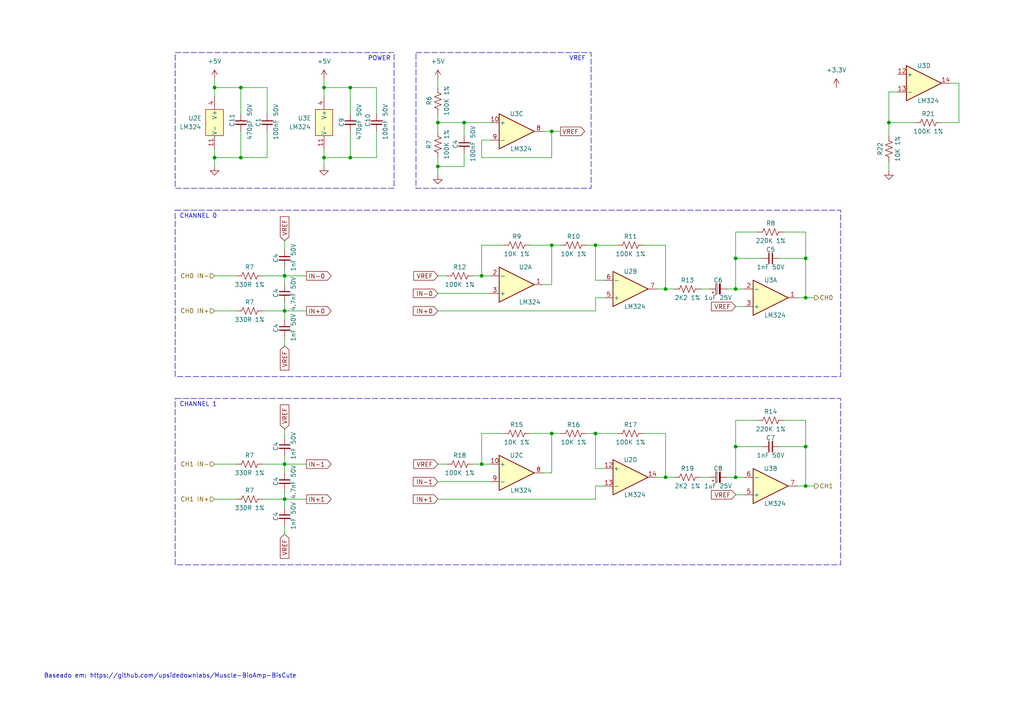
<source format=kicad_sch>
(kicad_sch (version 20230121) (generator eeschema)
  (paper "A4")
  (lib_symbols
    (symbol "Amplifier_Operational:LM324" (pin_names (offset 0.127))
      (property "Reference" "U" (at 0 5.08 0))
      (property "Value" "LM324" (at 0 -5.08 0))
      (symbol "LM324_1_1"
        (polyline (pts (xy -5.08 5.08) (xy 5.08 0) (xy -5.08 -5.08) (xy -5.08 5.08)) (stroke (width 0.254)) (fill (type background)))
        (pin output line (at 7.62 0 180) (length 2.54) (name "~") (number "1"))
        (pin input line (at -7.62 -2.54 0) (length 2.54) (name "-") (number "2"))
        (pin input line (at -7.62 2.54 0) (length 2.54) (name "+") (number "3"))
      )
      (symbol "LM324_2_1"
        (polyline (pts (xy -5.08 5.08) (xy 5.08 0) (xy -5.08 -5.08) (xy -5.08 5.08)) (stroke (width 0.254)) (fill (type background)))
        (pin input line (at -7.62 2.54 0) (length 2.54) (name "+") (number "5"))
        (pin input line (at -7.62 -2.54 0) (length 2.54) (name "-") (number "6"))
        (pin output line (at 7.62 0 180) (length 2.54) (name "~") (number "7"))
      )
      (symbol "LM324_3_1"
        (polyline (pts (xy -5.08 5.08) (xy 5.08 0) (xy -5.08 -5.08) (xy -5.08 5.08)) (stroke (width 0.254)) (fill (type background)))
        (pin input line (at -7.62 2.54 0) (length 2.54) (name "+") (number "10"))
        (pin output line (at 7.62 0 180) (length 2.54) (name "~") (number "8"))
        (pin input line (at -7.62 -2.54 0) (length 2.54) (name "-") (number "9"))
      )
      (symbol "LM324_4_1"
        (polyline (pts (xy -5.08 5.08) (xy 5.08 0) (xy -5.08 -5.08) (xy -5.08 5.08)) (stroke (width 0.254)) (fill (type background)))
        (pin input line (at -7.62 2.54 0) (length 2.54) (name "+") (number "12"))
        (pin input line (at -7.62 -2.54 0) (length 2.54) (name "-") (number "13"))
        (pin output line (at 7.62 0 180) (length 2.54) (name "~") (number "14"))
      )
      (symbol "LM324_5_1"
        (pin power_in line (at -2.54 -7.62 90) (length 3.81) (name "V-") (number "11"))
        (pin power_in line (at -2.54 7.62 270) (length 3.81) (name "V+") (number "4"))
      )
    )
    (symbol "Device:C_Polarized_Small" (pin_numbers hide) (pin_names (offset 0.254) hide)
      (property "Reference" "C" (at 0.254 1.778 0))
      (property "Value" "C_Polarized_Small" (at 0.254 -2.032 0))
      (symbol "C_Polarized_Small_0_1"
        (rectangle (start -1.524 -0.3048) (end 1.524 -0.6858) (fill (type outline)))
        (rectangle (start -1.524 0.6858) (end 1.524 0.3048))
        (polyline (pts (xy -1.27 1.524) (xy -0.762 1.524)))
        (polyline (pts (xy -1.016 1.27) (xy -1.016 1.778)))
      )
      (symbol "C_Polarized_Small_1_1"
        (pin passive line (at 0 2.54 270) (length 1.8542) (name "~") (number "1"))
        (pin passive line (at 0 -2.54 90) (length 1.8542) (name "~") (number "2"))
      )
    )
    (symbol "Device:C_Small" (pin_numbers hide) (pin_names (offset 0.254) hide)
      (property "Reference" "C" (at 0.254 1.778 0))
      (property "Value" "C_Small" (at 0.254 -2.032 0))
      (symbol "C_Small_0_1"
        (polyline (pts (xy -1.524 -0.508) (xy 1.524 -0.508)) (stroke (width 0.3302)))
        (polyline (pts (xy -1.524 0.508) (xy 1.524 0.508)) (stroke (width 0.3048)))
      )
      (symbol "C_Small_1_1"
        (pin passive line (at 0 2.54 270) (length 2.032) (name "~") (number "1"))
        (pin passive line (at 0 -2.54 90) (length 2.032) (name "~") (number "2"))
      )
    )
    (symbol "Device:R_US" (pin_numbers hide) (pin_names (offset 0))
      (property "Reference" "R" (at 2.54 0 90))
      (property "Value" "R_US" (at -2.54 0 90))
      (symbol "R_US_0_1"
        (polyline (pts (xy 0 -2.286) (xy 0 -2.54)))
        (polyline (pts (xy 0 2.286) (xy 0 2.54)))
        (polyline (pts (xy 0 -0.762) (xy 1.016 -1.143) (xy 0 -1.524) (xy -1.016 -1.905) (xy 0 -2.286)))
        (polyline (pts (xy 0 0.762) (xy 1.016 0.381) (xy 0 0) (xy -1.016 -0.381) (xy 0 -0.762)))
        (polyline (pts (xy 0 2.286) (xy 1.016 1.905) (xy 0 1.524) (xy -1.016 1.143) (xy 0 0.762)))
      )
      (symbol "R_US_1_1"
        (pin passive line (at 0 3.81 270) (length 1.27) (name "~") (number "1"))
        (pin passive line (at 0 -3.81 90) (length 1.27) (name "~") (number "2"))
      )
    )
    (symbol "LM324_1" (pin_names (offset 0.127))
      (property "Reference" "U2" (at 2.54 -5.08 0))
      (property "Value" "LM324" (at 3.81 5.08 0))
      (symbol "LM324_1_1_1"
        (polyline (pts (xy -5.08 5.08) (xy 5.08 0) (xy -5.08 -5.08) (xy -5.08 5.08)) (stroke (width 0.254)) (fill (type background)))
        (pin output line (at 7.62 0 180) (length 2.54) (name "~") (number "1"))
        (pin input line (at -7.62 -2.54 0) (length 2.54) (name "-") (number "2"))
        (pin input line (at -7.62 2.54 0) (length 2.54) (name "+") (number "3"))
      )
      (symbol "LM324_1_2_1"
        (polyline (pts (xy -5.08 5.08) (xy 5.08 0) (xy -5.08 -5.08) (xy -5.08 5.08)) (stroke (width 0.254)) (fill (type background)))
        (pin input line (at -7.62 2.54 0) (length 2.54) (name "+") (number "5"))
        (pin input line (at -7.62 -2.54 0) (length 2.54) (name "-") (number "6"))
        (pin output line (at 7.62 0 180) (length 2.54) (name "~") (number "7"))
      )
      (symbol "LM324_1_3_1"
        (polyline (pts (xy -5.08 5.08) (xy 5.08 0) (xy -5.08 -5.08) (xy -5.08 5.08)) (stroke (width 0.254)) (fill (type background)))
        (pin input line (at -7.62 2.54 0) (length 2.54) (name "+") (number "10"))
        (pin output line (at 7.62 0 180) (length 2.54) (name "~") (number "8"))
        (pin input line (at -7.62 -2.54 0) (length 2.54) (name "-") (number "9"))
      )
      (symbol "LM324_1_4_1"
        (polyline (pts (xy -5.08 5.08) (xy 5.08 0) (xy -5.08 -5.08) (xy -5.08 5.08)) (stroke (width 0.254)) (fill (type background)))
        (pin input line (at -7.62 2.54 0) (length 2.54) (name "+") (number "12"))
        (pin input line (at -7.62 -2.54 0) (length 2.54) (name "-") (number "13"))
        (pin output line (at 7.62 0 180) (length 2.54) (name "~") (number "14"))
      )
      (symbol "LM324_1_5_1"
        (pin power_in line (at 0 -7.62 90) (length 3.81) (name "V-") (number "11"))
        (pin power_in line (at 0 7.62 270) (length 3.81) (name "V+") (number "4"))
      )
    )
    (symbol "LM324_2" (pin_names (offset 0.127))
      (property "Reference" "U2" (at -8.89 1.27 0))
      (property "Value" "LM324_2" (at -12.7 -1.27 0))
      (symbol "LM324_2_0_1"
        (rectangle (start -5.08 3.81) (end 0 -3.81) (fill (type background)))
      )
      (symbol "LM324_2_1_1"
        (polyline (pts (xy -5.08 5.08) (xy 5.08 0) (xy -5.08 -5.08) (xy -5.08 5.08)) (stroke (width 0.254)) (fill (type background)))
        (pin output line (at 7.62 0 180) (length 2.54) (name "~") (number "1"))
        (pin input line (at -7.62 -2.54 0) (length 2.54) (name "-") (number "2"))
        (pin input line (at -7.62 2.54 0) (length 2.54) (name "+") (number "3"))
      )
      (symbol "LM324_2_2_1"
        (polyline (pts (xy -5.08 5.08) (xy 5.08 0) (xy -5.08 -5.08) (xy -5.08 5.08)) (stroke (width 0.254)) (fill (type background)))
        (pin input line (at -7.62 2.54 0) (length 2.54) (name "+") (number "5"))
        (pin input line (at -7.62 -2.54 0) (length 2.54) (name "-") (number "6"))
        (pin output line (at 7.62 0 180) (length 2.54) (name "~") (number "7"))
      )
      (symbol "LM324_2_3_1"
        (polyline (pts (xy -5.08 5.08) (xy 5.08 0) (xy -5.08 -5.08) (xy -5.08 5.08)) (stroke (width 0.254)) (fill (type background)))
        (pin input line (at -7.62 2.54 0) (length 2.54) (name "+") (number "10"))
        (pin output line (at 7.62 0 180) (length 2.54) (name "~") (number "8"))
        (pin input line (at -7.62 -2.54 0) (length 2.54) (name "-") (number "9"))
      )
      (symbol "LM324_2_4_1"
        (polyline (pts (xy -5.08 5.08) (xy 5.08 0) (xy -5.08 -5.08) (xy -5.08 5.08)) (stroke (width 0.254)) (fill (type background)))
        (pin input line (at -7.62 2.54 0) (length 2.54) (name "+") (number "12"))
        (pin input line (at -7.62 -2.54 0) (length 2.54) (name "-") (number "13"))
        (pin output line (at 7.62 0 180) (length 2.54) (name "~") (number "14"))
      )
      (symbol "LM324_2_5_1"
        (pin power_in line (at -2.54 -7.62 90) (length 3.81) (name "V-") (number "11"))
        (pin power_in line (at -2.54 7.62 270) (length 3.81) (name "V+") (number "4"))
      )
    )
    (symbol "power:+3.3V" (power) (pin_names (offset 0))
      (property "Value" "+3.3V" (at 0 3.556 0))
      (symbol "+3.3V_0_1"
        (polyline (pts (xy -0.762 1.27) (xy 0 2.54)))
        (polyline (pts (xy 0 0) (xy 0 2.54)))
        (polyline (pts (xy 0 2.54) (xy 0.762 1.27)))
      )
      (symbol "+3.3V_1_1"
        (pin power_in line (at 0 0 90) (length 0) hide (name "+3.3V") (number "1"))
      )
    )
    (symbol "power:+5V" (power) (pin_names (offset 0))
      (property "Value" "+5V" (at 0 3.556 0))
      (symbol "+5V_0_1"
        (polyline (pts (xy -0.762 1.27) (xy 0 2.54)))
        (polyline (pts (xy 0 0) (xy 0 2.54)))
        (polyline (pts (xy 0 2.54) (xy 0.762 1.27)))
      )
      (symbol "+5V_1_1"
        (pin power_in line (at 0 0 90) (length 0) hide (name "+5V") (number "1"))
      )
    )
    (symbol "power:GND" (power) (pin_names (offset 0))
      (property "Value" "GND" (at 0 -3.81 0))
      (symbol "GND_0_1"
        (polyline (pts (xy 0 0) (xy 0 -1.27) (xy 1.27 -1.27) (xy 0 -2.54) (xy -1.27 -1.27) (xy 0 -1.27)))
      )
      (symbol "GND_1_1"
        (pin power_in line (at 0 0 270) (length 0) hide (name "GND") (number "1"))
      )
    )
  )
  (junction (at 160.02 38.1))
  (junction (at 233.68 86.36))
  (junction (at 172.72 125.73))
  (junction (at 82.55 144.78))
  (junction (at 101.6 25.4))
  (junction (at 160.02 125.73))
  (junction (at 62.23 25.4))
  (junction (at 193.04 83.82))
  (junction (at 82.55 80.01))
  (junction (at 213.36 74.93))
  (junction (at 62.23 45.72))
  (junction (at 213.36 138.43))
  (junction (at 213.36 83.82))
  (junction (at 134.62 35.56))
  (junction (at 139.7 80.01))
  (junction (at 127 48.26))
  (junction (at 213.36 129.54))
  (junction (at 193.04 138.43))
  (junction (at 139.7 134.62))
  (junction (at 93.98 45.72))
  (junction (at 82.55 134.62))
  (junction (at 93.98 25.4))
  (junction (at 69.85 25.4))
  (junction (at 233.68 74.93))
  (junction (at 82.55 90.17))
  (junction (at 101.6 45.72))
  (junction (at 257.81 35.56))
  (junction (at 69.85 45.72))
  (junction (at 127 35.56))
  (junction (at 172.72 71.12))
  (junction (at 233.68 129.54))
  (junction (at 160.02 71.12))
  (junction (at 233.68 140.97))
  (wire (pts (xy 172.72 125.73) (xy 172.72 135.89)))
  (wire (pts (xy 172.72 71.12) (xy 172.72 81.28)))
  (wire (pts (xy 77.47 38.1) (xy 77.47 45.72)))
  (wire (pts (xy 93.98 22.86) (xy 93.98 25.4)))
  (wire (pts (xy 213.36 88.9) (xy 215.9 88.9)))
  (wire (pts (xy 146.05 125.73) (xy 139.7 125.73)))
  (wire (pts (xy 76.2 90.17) (xy 82.55 90.17)))
  (wire (pts (xy 215.9 83.82) (xy 213.36 83.82)))
  (wire (pts (xy 213.36 143.51) (xy 215.9 143.51)))
  (wire (pts (xy 160.02 38.1) (xy 162.56 38.1)))
  (wire (pts (xy 127 48.26) (xy 127 50.8)))
  (wire (pts (xy 109.22 38.1) (xy 109.22 45.72)))
  (wire (pts (xy 139.7 40.64) (xy 142.24 40.64)))
  (wire (pts (xy 226.06 129.54) (xy 233.68 129.54)))
  (wire (pts (xy 186.69 125.73) (xy 193.04 125.73)))
  (wire (pts (xy 213.36 121.92) (xy 219.71 121.92)))
  (wire (pts (xy 233.68 86.36) (xy 236.22 86.36)))
  (wire (pts (xy 203.2 83.82) (xy 205.74 83.82)))
  (wire (pts (xy 213.36 74.93) (xy 220.98 74.93)))
  (wire (pts (xy 109.22 33.02) (xy 109.22 25.4)))
  (wire (pts (xy 69.85 25.4) (xy 77.47 25.4)))
  (wire (pts (xy 175.26 140.97) (xy 172.72 140.97)))
  (wire (pts (xy 62.23 144.78) (xy 68.58 144.78)))
  (wire (pts (xy 62.23 43.18) (xy 62.23 45.72)))
  (wire (pts (xy 82.55 77.47) (xy 82.55 80.01)))
  (wire (pts (xy 172.72 90.17) (xy 172.72 86.36)))
  (wire (pts (xy 101.6 45.72) (xy 109.22 45.72)))
  (wire (pts (xy 160.02 125.73) (xy 160.02 137.16)))
  (wire (pts (xy 160.02 137.16) (xy 157.48 137.16)))
  (wire (pts (xy 93.98 25.4) (xy 101.6 25.4)))
  (wire (pts (xy 77.47 33.02) (xy 77.47 25.4)))
  (wire (pts (xy 93.98 45.72) (xy 101.6 45.72)))
  (wire (pts (xy 172.72 81.28) (xy 175.26 81.28)))
  (wire (pts (xy 127 35.56) (xy 127 38.1)))
  (wire (pts (xy 231.14 86.36) (xy 233.68 86.36)))
  (wire (pts (xy 160.02 71.12) (xy 162.56 71.12)))
  (wire (pts (xy 226.06 74.93) (xy 233.68 74.93)))
  (wire (pts (xy 127 134.62) (xy 129.54 134.62)))
  (wire (pts (xy 172.72 71.12) (xy 170.18 71.12)))
  (wire (pts (xy 153.67 125.73) (xy 160.02 125.73)))
  (wire (pts (xy 233.68 67.31) (xy 227.33 67.31)))
  (wire (pts (xy 127 22.86) (xy 127 25.4)))
  (wire (pts (xy 275.59 24.13) (xy 278.13 24.13)))
  (wire (pts (xy 186.69 71.12) (xy 193.04 71.12)))
  (wire (pts (xy 82.55 152.4) (xy 82.55 154.94)))
  (wire (pts (xy 127 35.56) (xy 134.62 35.56)))
  (wire (pts (xy 139.7 80.01) (xy 142.24 80.01)))
  (wire (pts (xy 82.55 69.85) (xy 82.55 72.39)))
  (wire (pts (xy 62.23 80.01) (xy 68.58 80.01)))
  (wire (pts (xy 82.55 90.17) (xy 88.9 90.17)))
  (wire (pts (xy 210.82 83.82) (xy 213.36 83.82)))
  (wire (pts (xy 137.16 80.01) (xy 139.7 80.01)))
  (wire (pts (xy 139.7 45.72) (xy 160.02 45.72)))
  (wire (pts (xy 172.72 144.78) (xy 127 144.78)))
  (wire (pts (xy 69.85 25.4) (xy 69.85 33.02)))
  (wire (pts (xy 82.55 142.24) (xy 82.55 144.78)))
  (wire (pts (xy 101.6 25.4) (xy 109.22 25.4)))
  (wire (pts (xy 82.55 90.17) (xy 82.55 92.71)))
  (wire (pts (xy 69.85 45.72) (xy 77.47 45.72)))
  (wire (pts (xy 160.02 38.1) (xy 157.48 38.1)))
  (wire (pts (xy 257.81 35.56) (xy 265.43 35.56)))
  (wire (pts (xy 62.23 22.86) (xy 62.23 25.4)))
  (wire (pts (xy 193.04 71.12) (xy 193.04 83.82)))
  (wire (pts (xy 82.55 144.78) (xy 88.9 144.78)))
  (wire (pts (xy 93.98 45.72) (xy 93.98 48.26)))
  (wire (pts (xy 213.36 138.43) (xy 213.36 129.54)))
  (wire (pts (xy 82.55 132.08) (xy 82.55 134.62)))
  (wire (pts (xy 62.23 25.4) (xy 69.85 25.4)))
  (wire (pts (xy 146.05 71.12) (xy 139.7 71.12)))
  (wire (pts (xy 203.2 138.43) (xy 205.74 138.43)))
  (wire (pts (xy 134.62 35.56) (xy 134.62 39.37)))
  (wire (pts (xy 260.35 26.67) (xy 257.81 26.67)))
  (wire (pts (xy 210.82 138.43) (xy 213.36 138.43)))
  (wire (pts (xy 160.02 82.55) (xy 157.48 82.55)))
  (wire (pts (xy 82.55 97.79) (xy 82.55 100.33)))
  (wire (pts (xy 213.36 129.54) (xy 213.36 121.92)))
  (wire (pts (xy 62.23 25.4) (xy 62.23 27.94)))
  (wire (pts (xy 93.98 25.4) (xy 93.98 27.94)))
  (wire (pts (xy 213.36 83.82) (xy 213.36 74.93)))
  (wire (pts (xy 62.23 45.72) (xy 69.85 45.72)))
  (wire (pts (xy 82.55 144.78) (xy 82.55 147.32)))
  (wire (pts (xy 179.07 125.73) (xy 172.72 125.73)))
  (wire (pts (xy 175.26 86.36) (xy 172.72 86.36)))
  (wire (pts (xy 233.68 121.92) (xy 227.33 121.92)))
  (wire (pts (xy 193.04 83.82) (xy 195.58 83.82)))
  (wire (pts (xy 160.02 71.12) (xy 160.02 82.55)))
  (wire (pts (xy 76.2 134.62) (xy 82.55 134.62)))
  (wire (pts (xy 82.55 134.62) (xy 82.55 137.16)))
  (wire (pts (xy 127 80.01) (xy 129.54 80.01)))
  (wire (pts (xy 127 33.02) (xy 127 35.56)))
  (wire (pts (xy 82.55 80.01) (xy 88.9 80.01)))
  (wire (pts (xy 172.72 135.89) (xy 175.26 135.89)))
  (wire (pts (xy 233.68 74.93) (xy 233.68 67.31)))
  (wire (pts (xy 93.98 43.18) (xy 93.98 45.72)))
  (wire (pts (xy 231.14 140.97) (xy 233.68 140.97)))
  (wire (pts (xy 278.13 24.13) (xy 278.13 35.56)))
  (wire (pts (xy 62.23 134.62) (xy 68.58 134.62)))
  (wire (pts (xy 134.62 44.45) (xy 134.62 48.26)))
  (wire (pts (xy 82.55 134.62) (xy 88.9 134.62)))
  (wire (pts (xy 257.81 46.99) (xy 257.81 49.53)))
  (wire (pts (xy 69.85 38.1) (xy 69.85 45.72)))
  (wire (pts (xy 134.62 35.56) (xy 142.24 35.56)))
  (wire (pts (xy 139.7 125.73) (xy 139.7 134.62)))
  (wire (pts (xy 233.68 129.54) (xy 233.68 121.92)))
  (wire (pts (xy 127 90.17) (xy 172.72 90.17)))
  (wire (pts (xy 172.72 125.73) (xy 170.18 125.73)))
  (wire (pts (xy 76.2 80.01) (xy 82.55 80.01)))
  (wire (pts (xy 139.7 40.64) (xy 139.7 45.72)))
  (wire (pts (xy 82.55 87.63) (xy 82.55 90.17)))
  (wire (pts (xy 257.81 35.56) (xy 257.81 39.37)))
  (wire (pts (xy 190.5 138.43) (xy 193.04 138.43)))
  (wire (pts (xy 233.68 140.97) (xy 233.68 129.54)))
  (wire (pts (xy 82.55 124.46) (xy 82.55 127)))
  (wire (pts (xy 172.72 140.97) (xy 172.72 144.78)))
  (wire (pts (xy 127 139.7) (xy 142.24 139.7)))
  (wire (pts (xy 62.23 90.17) (xy 68.58 90.17)))
  (wire (pts (xy 257.81 26.67) (xy 257.81 35.56)))
  (wire (pts (xy 160.02 125.73) (xy 162.56 125.73)))
  (wire (pts (xy 215.9 138.43) (xy 213.36 138.43)))
  (wire (pts (xy 127 45.72) (xy 127 48.26)))
  (wire (pts (xy 213.36 74.93) (xy 213.36 67.31)))
  (wire (pts (xy 179.07 71.12) (xy 172.72 71.12)))
  (wire (pts (xy 193.04 125.73) (xy 193.04 138.43)))
  (wire (pts (xy 213.36 67.31) (xy 219.71 67.31)))
  (wire (pts (xy 139.7 71.12) (xy 139.7 80.01)))
  (wire (pts (xy 190.5 83.82) (xy 193.04 83.82)))
  (wire (pts (xy 233.68 140.97) (xy 236.22 140.97)))
  (wire (pts (xy 153.67 71.12) (xy 160.02 71.12)))
  (wire (pts (xy 139.7 134.62) (xy 142.24 134.62)))
  (wire (pts (xy 193.04 138.43) (xy 195.58 138.43)))
  (wire (pts (xy 62.23 45.72) (xy 62.23 48.26)))
  (wire (pts (xy 273.05 35.56) (xy 278.13 35.56)))
  (wire (pts (xy 213.36 129.54) (xy 220.98 129.54)))
  (wire (pts (xy 101.6 25.4) (xy 101.6 33.02)))
  (wire (pts (xy 82.55 80.01) (xy 82.55 82.55)))
  (wire (pts (xy 160.02 45.72) (xy 160.02 38.1)))
  (wire (pts (xy 233.68 86.36) (xy 233.68 74.93)))
  (wire (pts (xy 101.6 38.1) (xy 101.6 45.72)))
  (wire (pts (xy 127 48.26) (xy 134.62 48.26)))
  (wire (pts (xy 127 85.09) (xy 142.24 85.09)))
  (wire (pts (xy 137.16 134.62) (xy 139.7 134.62)))
  (wire (pts (xy 76.2 144.78) (xy 82.55 144.78)))
  (rectangle (start 120.65 15.24) (end 171.45 54.61) (stroke (width 0) (type dash)))
  (rectangle (start 50.8 15.24) (end 114.3 54.61) (stroke (width 0) (type dash)))
  (rectangle (start 50.8 60.96) (end 243.84 109.22) (stroke (width 0) (type dash)))
  (rectangle (start 50.8 115.57) (end 243.84 163.83) (stroke (width 0) (type dash)))
  (text "POWER" (at 106.68 17.78 0) (effects (font (size 1.27 1.27)) (justify left bottom)))
  (text "CHANNEL 0" (at 52.07 63.5 0) (effects (font (size 1.27 1.27)) (justify left bottom)))
  (text "CHANNEL 1\n" (at 52.07 118.11 0) (effects (font (size 1.27 1.27)) (justify left bottom)))
  (text "VREF" (at 165.1 17.78 0) (effects (font (size 1.27 1.27)) (justify left bottom)))
  (text "Baseado em: https://github.com/upsidedownlabs/Muscle-BioAmp-BisCute" (at 12.7 196.85 0) (effects (font (size 1.27 1.27)) (justify left bottom)))
  (global_label "VREF" (shape input) (at 127 134.62 180) (property "Intersheetrefs" "${INTERSHEET_REFS}" (effects hide)))
  (global_label "VREF" (shape input) (at 82.55 69.85 90) (property "Intersheetrefs" "${INTERSHEET_REFS}" (effects hide)))
  (global_label "VREF" (shape input) (at 82.55 154.94 270) (property "Intersheetrefs" "${INTERSHEET_REFS}" (effects hide)))
  (global_label "IN-0" (shape output) (at 88.9 80.01 0) (property "Intersheetrefs" "${INTERSHEET_REFS}" (effects hide)))
  (global_label "VREF" (shape output) (at 162.56 38.1 0) (property "Intersheetrefs" "${INTERSHEET_REFS}" (effects hide)))
  (global_label "VREF" (shape input) (at 213.36 88.9 180) (property "Intersheetrefs" "${INTERSHEET_REFS}" (effects hide)))
  (global_label "IN-1" (shape output) (at 88.9 134.62 0) (property "Intersheetrefs" "${INTERSHEET_REFS}" (effects hide)))
  (global_label "IN-0" (shape input) (at 127 85.09 180) (property "Intersheetrefs" "${INTERSHEET_REFS}" (effects hide)))
  (global_label "VREF" (shape input) (at 82.55 124.46 90) (property "Intersheetrefs" "${INTERSHEET_REFS}" (effects hide)))
  (global_label "VREF" (shape input) (at 82.55 100.33 270) (property "Intersheetrefs" "${INTERSHEET_REFS}" (effects hide)))
  (global_label "IN+0" (shape output) (at 88.9 90.17 0) (property "Intersheetrefs" "${INTERSHEET_REFS}" (effects hide)))
  (global_label "IN+0" (shape input) (at 127 90.17 180) (property "Intersheetrefs" "${INTERSHEET_REFS}" (effects hide)))
  (global_label "VREF" (shape input) (at 127 80.01 180) (property "Intersheetrefs" "${INTERSHEET_REFS}" (effects hide)))
  (global_label "IN-1" (shape input) (at 127 139.7 180) (property "Intersheetrefs" "${INTERSHEET_REFS}" (effects hide)))
  (global_label "VREF" (shape input) (at 213.36 143.51 180) (property "Intersheetrefs" "${INTERSHEET_REFS}" (effects hide)))
  (global_label "IN+1" (shape output) (at 88.9 144.78 0) (property "Intersheetrefs" "${INTERSHEET_REFS}" (effects hide)))
  (global_label "IN+1" (shape input) (at 127 144.78 180) (property "Intersheetrefs" "${INTERSHEET_REFS}" (effects hide)))
  (hierarchical_label "CH0 IN+" (shape input) (at 62.23 90.17 180))
  (hierarchical_label "CH1 IN+" (shape input) (at 62.23 144.78 180))
  (hierarchical_label "CH0" (shape output) (at 236.22 86.36 0))
  (hierarchical_label "CH1" (shape output) (at 236.22 140.97 0))
  (hierarchical_label "CH0 IN-" (shape input) (at 62.23 80.01 180))
  (hierarchical_label "CH1 IN-" (shape input) (at 62.23 134.62 180))
  (symbol (lib_id "Device:C_Small") (at 101.6 35.56 0) (unit 1)
    (property "Reference" "C9" (at 99.06 36.83 90) (effects (justify left)))
    (property "Value" "470pF 50V" (at 104.14 40.64 90) (effects (justify left)))
    (instances (project "BioAmp" (path "" (reference "C9") (unit 1)) (path "" (reference "C18") (unit 1))))
  )
  (symbol (lib_id "Device:R_US") (at 257.81 43.18 180) (unit 1)
    (property "Reference" "R22" (at 255.27 43.18 90))
    (property "Value" "10K 1%" (at 260.35 43.18 90))
    (instances (project "BioAmp" (path "" (reference "R22") (unit 1)) (path "" (reference "R40") (unit 1))))
  )
  (symbol (lib_id "Device:R_US") (at 223.52 67.31 90) (unit 1)
    (property "Reference" "R8" (at 223.52 64.77 90))
    (property "Value" "220K 1%" (at 223.52 69.85 90))
    (instances (project "BioAmp" (path "" (reference "R8") (unit 1)) (path "" (reference "R35") (unit 1))))
  )
  (symbol (lib_id "Device:R_US") (at 149.86 125.73 90) (unit 1)
    (property "Reference" "R15" (at 149.86 123.19 90))
    (property "Value" "10K 1%" (at 149.86 128.27 90))
    (instances (project "BioAmp" (path "" (reference "R15") (unit 1)) (path "" (reference "R4") (unit 1))))
  )
  (symbol (lib_id "Device:C_Small") (at 82.55 85.09 0) (unit 1)
    (property "Reference" "C4" (at 80.01 86.36 90) (effects (justify left)))
    (property "Value" "4.7nF 50V" (at 85.09 90.17 90) (effects (justify left)))
    (instances (project "BioAmp" (path "" (reference "C4") (unit 1)) (path "" (reference "C11") (unit 1))))
  )
  (symbol (lib_id "Device:R_US") (at 127 29.21 180) (unit 1)
    (property "Reference" "R6" (at 124.46 29.21 90))
    (property "Value" "100K 1%" (at 129.54 29.21 90))
    (instances (project "BioAmp" (path "" (reference "R6") (unit 1)) (path "" (reference "R38") (unit 1))))
  )
  (symbol (lib_id "Device:R_US") (at 127 41.91 180) (unit 1)
    (property "Reference" "R7" (at 124.46 41.91 90))
    (property "Value" "100K 1%" (at 129.54 41.91 90))
    (instances (project "BioAmp" (path "" (reference "R7") (unit 1)) (path "" (reference "R39") (unit 1))))
  )
  (symbol (lib_id "Device:R_US") (at 149.86 71.12 90) (unit 1)
    (property "Reference" "R9" (at 149.86 68.58 90))
    (property "Value" "10K 1%" (at 149.86 73.66 90))
    (instances (project "BioAmp" (path "" (reference "R9") (unit 1)) (path "" (reference "R3") (unit 1))))
  )
  (symbol (lib_id "power:+5V") (at 62.23 22.86 0) (unit 1)
    (property "Reference" "#PWR010" (effects hide))
    (property "Value" "+5V" (at 62.23 17.78 0))
    (instances (project "BioAmp" (path "" (reference "#PWR010") (unit 1)) (path "" (reference "#PWR018") (unit 1))))
  )
  (symbol (lib_id "Device:R_US") (at 72.39 90.17 90) (unit 1)
    (property "Reference" "R7" (at 72.39 87.63 90))
    (property "Value" "330R 1%" (at 72.39 92.71 90))
    (instances (project "BioAmp" (path "" (reference "R7") (unit 1)) (path "" (reference "R8") (unit 1))))
  )
  (symbol (lib_id "power:GND") (at 93.98 48.26 0) (unit 1)
    (property "Reference" "#PWR011" (effects hide))
    (property "Value" "GND" (effects hide))
    (instances (project "BioAmp" (path "" (reference "#PWR011") (unit 1)) (path "" (reference "#PWR021") (unit 1))))
  )
  (symbol (lib_id "Amplifier_Operational:LM324") (at 182.88 138.43 0) (unit 4)
    (property "Reference" "U2" (at 182.88 133.35 0))
    (property "Value" "LM324" (at 184.15 143.51 0))
    (property "Datasheet" "http://www.ti.com/lit/ds/symlink/lm2902-n.pdf" (effects hide))
    (instances (project "BioAmp" (path "" (reference "U2") (unit 4)) (path "" (reference "U1") (unit 4))))
  )
  (symbol (lib_id "Device:C_Small") (at 82.55 74.93 0) (unit 1)
    (property "Reference" "C4" (at 80.01 76.2 90) (effects (justify left)))
    (property "Value" "1nF 50V" (at 85.09 78.74 90) (effects (justify left)))
    (instances (project "BioAmp" (path "" (reference "C4") (unit 1)) (path "" (reference "C1") (unit 1))))
  )
  (symbol (lib_id "power:+5V") (at 127 22.86 0) (unit 1)
    (property "Reference" "#PWR07" (effects hide))
    (property "Value" "+5V" (at 127 17.78 0))
    (instances (project "BioAmp" (path "" (reference "#PWR07") (unit 1)) (path "" (reference "#PWR022") (unit 1))))
  )
  (symbol (lib_id "Device:C_Small") (at 109.22 35.56 0) (unit 1)
    (property "Reference" "C10" (at 106.68 36.83 90) (effects (justify left)))
    (property "Value" "100nF 50V" (at 111.76 40.64 90) (effects (justify left)))
    (instances (project "BioAmp" (path "" (reference "C10") (unit 1)) (path "" (reference "C19") (unit 1))))
  )
  (symbol (lib_id "Amplifier_Operational:LM324") (at 149.86 38.1 0) (unit 3)
    (property "Reference" "U3" (at 149.86 33.02 0))
    (property "Value" "LM324" (at 151.13 43.18 0))
    (property "Datasheet" "http://www.ti.com/lit/ds/symlink/lm2902-n.pdf" (effects hide))
    (instances (project "BioAmp" (path "" (reference "U3") (unit 3)) (path "" (reference "U5") (unit 3))))
  )
  (symbol (lib_id "Device:C_Small") (at 82.55 129.54 0) (unit 1)
    (property "Reference" "C4" (at 80.01 130.81 90) (effects (justify left)))
    (property "Value" "1nF 50V" (at 85.09 133.35 90) (effects (justify left)))
    (instances (project "BioAmp" (path "" (reference "C4") (unit 1)) (path "" (reference "C21") (unit 1))))
  )
  (symbol (lib_id "Device:C_Polarized_Small") (at 208.28 138.43 90) (unit 1)
    (property "Reference" "C8" (at 208.28 135.89 90))
    (property "Value" "1uF 25V" (at 208.28 140.97 90))
    (instances (project "BioAmp" (path "" (reference "C8") (unit 1)) (path "" (reference "C3") (unit 1))))
  )
  (symbol (lib_id "Amplifier_Operational:LM324") (at 223.52 140.97 0) (mirror x) (unit 2)
    (property "Reference" "U3" (at 223.52 135.89 0))
    (property "Value" "LM324" (at 224.79 146.05 0))
    (property "Datasheet" "http://www.ti.com/lit/ds/symlink/lm2902-n.pdf" (effects hide))
    (instances (project "BioAmp" (path "" (reference "U3") (unit 2)) (path "" (reference "U5") (unit 2))))
  )
  (symbol (lib_id "Device:C_Small") (at 223.52 129.54 90) (unit 1)
    (property "Reference" "C7" (at 223.52 127 90))
    (property "Value" "1nF 50V" (at 223.52 132.08 90))
    (instances (project "BioAmp" (path "" (reference "C7") (unit 1)) (path "" (reference "C15") (unit 1))))
  )
  (symbol (lib_id "Device:R_US") (at 72.39 144.78 90) (unit 1)
    (property "Reference" "R7" (at 72.39 142.24 90))
    (property "Value" "330R 1%" (at 72.39 147.32 90))
    (instances (project "BioAmp" (path "" (reference "R7") (unit 1)) (path "" (reference "R10") (unit 1))))
  )
  (symbol (lib_id "Device:C_Small") (at 69.85 35.56 0) (unit 1)
    (property "Reference" "C11" (at 67.31 36.83 90) (effects (justify left)))
    (property "Value" "470pF 50V" (at 72.39 40.64 90) (effects (justify left)))
    (instances (project "BioAmp" (path "" (reference "C11") (unit 1)) (path "" (reference "C16") (unit 1))))
  )
  (symbol (lib_id "Device:R_US") (at 166.37 125.73 90) (unit 1)
    (property "Reference" "R16" (at 166.37 123.19 90))
    (property "Value" "10K 1%" (at 166.37 128.27 90))
    (instances (project "BioAmp" (path "" (reference "R16") (unit 1)) (path "" (reference "R30") (unit 1))))
  )
  (symbol (lib_id "Device:C_Small") (at 223.52 74.93 90) (unit 1)
    (property "Reference" "C5" (at 223.52 72.39 90))
    (property "Value" "1nF 50V" (at 223.52 77.47 90))
    (instances (project "BioAmp" (path "" (reference "C5") (unit 1)) (path "" (reference "C14") (unit 1))))
  )
  (symbol (lib_id "Device:R_US") (at 72.39 134.62 90) (unit 1)
    (property "Reference" "R7" (at 72.39 132.08 90))
    (property "Value" "330R 1%" (at 72.39 137.16 90))
    (instances (project "BioAmp" (path "" (reference "R7") (unit 1)) (path "" (reference "R9") (unit 1))))
  )
  (symbol (lib_id "Device:R_US") (at 166.37 71.12 90) (unit 1)
    (property "Reference" "R10" (at 166.37 68.58 90))
    (property "Value" "10K 1%" (at 166.37 73.66 90))
    (instances (project "BioAmp" (path "" (reference "R10") (unit 1)) (path "" (reference "R5") (unit 1))))
  )
  (symbol (lib_id "Device:R_US") (at 133.35 80.01 90) (unit 1)
    (property "Reference" "R12" (at 133.35 77.47 90))
    (property "Value" "100K 1%" (at 133.35 82.55 90))
    (instances (project "BioAmp" (path "" (reference "R12") (unit 1)) (path "" (reference "R1") (unit 1))))
  )
  (symbol (lib_id "Device:R_US") (at 133.35 134.62 90) (unit 1)
    (property "Reference" "R18" (at 133.35 132.08 90))
    (property "Value" "100K 1%" (at 133.35 137.16 90))
    (instances (project "BioAmp" (path "" (reference "R18") (unit 1)) (path "" (reference "R2") (unit 1))))
  )
  (symbol (lib_id "power:GND") (at 62.23 48.26 0) (unit 1)
    (property "Reference" "#PWR012" (effects hide))
    (property "Value" "GND" (effects hide))
    (instances (project "BioAmp" (path "" (reference "#PWR012") (unit 1)) (path "" (reference "#PWR019") (unit 1))))
  )
  (symbol (lib_id "Amplifier_Operational:LM324") (at 223.52 86.36 0) (mirror x) (unit 1)
    (property "Reference" "U3" (at 223.52 81.28 0))
    (property "Value" "LM324" (at 224.79 91.44 0))
    (property "Datasheet" "http://www.ti.com/lit/ds/symlink/lm2902-n.pdf" (effects hide))
    (instances (project "BioAmp" (path "" (reference "U3") (unit 1)) (path "" (reference "U5") (unit 1))))
  )
  (symbol (lib_id "power:GND") (at 127 50.8 0) (unit 1)
    (property "Reference" "#PWR08" (effects hide))
    (property "Value" "GND" (effects hide))
    (instances (project "BioAmp" (path "" (reference "#PWR08") (unit 1)) (path "" (reference "#PWR023") (unit 1))))
  )
  (symbol (lib_id "Device:R_US") (at 223.52 121.92 90) (unit 1)
    (property "Reference" "R14" (at 223.52 119.38 90))
    (property "Value" "220K 1%" (at 223.52 124.46 90))
    (instances (project "BioAmp" (path "" (reference "R14") (unit 1)) (path "" (reference "R36") (unit 1))))
  )
  (symbol (lib_id "Amplifier_Operational:LM324") (at 182.88 83.82 0) (mirror x) (unit 2)
    (property "Reference" "U2" (at 182.88 78.74 0))
    (property "Value" "LM324" (at 184.15 88.9 0))
    (property "Datasheet" "http://www.ti.com/lit/ds/symlink/lm2902-n.pdf" (effects hide))
    (instances (project "BioAmp" (path "" (reference "U2") (unit 2)) (path "" (reference "U1") (unit 2))))
  )
  (symbol (lib_id "power:+3.3V") (at 242.57 25.4 0) (unit 1)
    (property "Reference" "#PWR01" (effects hide))
    (property "Value" "+3.3V" (at 242.57 20.32 0))
    (instances (project "BioAmp" (path "" (reference "#PWR01") (unit 1)) (path "" (reference "#PWR04") (unit 1))))
  )
  (symbol (lib_name "LM324_2") (lib_id "Amplifier_Operational:LM324") (at 96.52 35.56 0) (unit 5)
    (property "Reference" "U3" (at 86.36 34.29 0) (effects (justify left)))
    (property "Value" "LM324" (at 83.82 36.83 0) (effects (justify left)))
    (property "Datasheet" "http://www.ti.com/lit/ds/symlink/lm2902-n.pdf" (effects hide))
    (instances (project "BioAmp" (path "" (reference "U3") (unit 5)) (path "" (reference "U5") (unit 5))))
  )
  (symbol (lib_id "Device:C_Polarized_Small") (at 208.28 83.82 90) (unit 1)
    (property "Reference" "C6" (at 208.28 81.28 90))
    (property "Value" "1uF 25V" (at 208.28 86.36 90))
    (instances (project "BioAmp" (path "" (reference "C6") (unit 1)) (path "" (reference "C2") (unit 1))))
  )
  (symbol (lib_id "Device:R_US") (at 72.39 80.01 90) (unit 1)
    (property "Reference" "R7" (at 72.39 77.47 90))
    (property "Value" "330R 1%" (at 72.39 82.55 90))
  )
  (symbol (lib_id "Device:R_US") (at 182.88 71.12 90) (unit 1)
    (property "Reference" "R11" (at 182.88 68.58 90))
    (property "Value" "100K 1%" (at 182.88 73.66 90))
    (instances (project "BioAmp" (path "" (reference "R11") (unit 1)) (path "" (reference "R31") (unit 1))))
  )
  (symbol (lib_id "power:+5V") (at 93.98 22.86 0) (unit 1)
    (property "Reference" "#PWR09" (effects hide))
    (property "Value" "+5V" (at 93.98 17.78 0))
    (instances (project "BioAmp" (path "" (reference "#PWR09") (unit 1)) (path "" (reference "#PWR020") (unit 1))))
  )
  (symbol (lib_id "Device:R_US") (at 199.39 138.43 90) (unit 1)
    (property "Reference" "R19" (at 199.39 135.89 90))
    (property "Value" "2K2 1%" (at 199.39 140.97 90))
    (instances (project "BioAmp" (path "" (reference "R19") (unit 1)) (path "" (reference "R34") (unit 1))))
  )
  (symbol (lib_id "Amplifier_Operational:LM324") (at 149.86 137.16 0) (unit 3)
    (property "Reference" "U2" (at 149.86 132.08 0))
    (property "Value" "LM324" (at 151.13 142.24 0))
    (property "Datasheet" "http://www.ti.com/lit/ds/symlink/lm2902-n.pdf" (effects hide))
    (instances (project "BioAmp" (path "" (reference "U2") (unit 3)) (path "" (reference "U1") (unit 3))))
  )
  (symbol (lib_id "Device:C_Small") (at 77.47 35.56 0) (unit 1)
    (property "Reference" "C1" (at 74.93 36.83 90) (effects (justify left)))
    (property "Value" "100nF 50V" (at 80.01 40.64 90) (effects (justify left)))
    (instances (project "BioAmp" (path "" (reference "C1") (unit 1)) (path "" (reference "C17") (unit 1))))
  )
  (symbol (lib_id "Device:C_Small") (at 82.55 95.25 0) (unit 1)
    (property "Reference" "C4" (at 80.01 96.52 90) (effects (justify left)))
    (property "Value" "1nF 50V" (at 85.09 99.06 90) (effects (justify left)))
    (instances (project "BioAmp" (path "" (reference "C4") (unit 1)) (path "" (reference "C10") (unit 1))))
  )
  (symbol (lib_id "power:GND") (at 257.81 49.53 0) (unit 1)
    (property "Reference" "#PWR013" (effects hide))
    (property "Value" "GND" (effects hide))
    (instances (project "BioAmp" (path "" (reference "#PWR013") (unit 1)) (path "" (reference "#PWR024") (unit 1))))
  )
  (symbol (lib_name "LM324_1") (lib_id "Amplifier_Operational:LM324") (at 149.86 82.55 0) (mirror x) (unit 1)
    (property "Reference" "U2" (at 152.4 77.47 0))
    (property "Value" "LM324" (at 153.67 87.63 0))
    (property "Datasheet" "http://www.ti.com/lit/ds/symlink/lm2902-n.pdf" (effects hide))
    (instances (project "BioAmp" (path "" (reference "U2") (unit 1)) (path "" (reference "U1") (unit 1))))
  )
  (symbol (lib_id "Device:R_US") (at 182.88 125.73 90) (unit 1)
    (property "Reference" "R17" (at 182.88 123.19 90))
    (property "Value" "100K 1%" (at 182.88 128.27 90))
    (instances (project "BioAmp" (path "" (reference "R17") (unit 1)) (path "" (reference "R32") (unit 1))))
  )
  (symbol (lib_id "Device:R_US") (at 199.39 83.82 90) (unit 1)
    (property "Reference" "R13" (at 199.39 81.28 90))
    (property "Value" "2K2 1%" (at 199.39 86.36 90))
    (instances (project "BioAmp" (path "" (reference "R13") (unit 1)) (path "" (reference "R33") (unit 1))))
  )
  (symbol (lib_id "Device:C_Small") (at 82.55 149.86 0) (unit 1)
    (property "Reference" "C4" (at 80.01 151.13 90) (effects (justify left)))
    (property "Value" "1nF 50V" (at 85.09 153.67 90) (effects (justify left)))
    (instances (project "BioAmp" (path "" (reference "C4") (unit 1)) (path "" (reference "C23") (unit 1))))
  )
  (symbol (lib_id "Device:R_US") (at 269.24 35.56 90) (unit 1)
    (property "Reference" "R21" (at 269.24 33.02 90))
    (property "Value" "100K 1%" (at 269.24 38.1 90))
    (instances (project "BioAmp" (path "" (reference "R21") (unit 1)) (path "" (reference "R41") (unit 1))))
  )
  (symbol (lib_id "Device:C_Small") (at 82.55 139.7 0) (unit 1)
    (property "Reference" "C4" (at 80.01 140.97 90) (effects (justify left)))
    (property "Value" "4.7nF 50V" (at 85.09 144.78 90) (effects (justify left)))
    (instances (project "BioAmp" (path "" (reference "C4") (unit 1)) (path "" (reference "C22") (unit 1))))
  )
  (symbol (lib_name "LM324_2") (lib_id "Amplifier_Operational:LM324") (at 64.77 35.56 0) (unit 5)
    (property "Reference" "U2" (at 54.61 34.29 0) (effects (justify left)))
    (property "Value" "LM324" (at 52.07 36.83 0) (effects (justify left)))
    (property "Datasheet" "http://www.ti.com/lit/ds/symlink/lm2902-n.pdf" (effects hide))
    (instances (project "BioAmp" (path "" (reference "U2") (unit 5)) (path "" (reference "U1") (unit 5))))
  )
  (symbol (lib_id "Device:C_Small") (at 134.62 41.91 0) (unit 1)
    (property "Reference" "C4" (at 132.08 43.18 90) (effects (justify left)))
    (property "Value" "100nF 50V" (at 137.16 46.99 90) (effects (justify left)))
    (instances (project "BioAmp" (path "" (reference "C4") (unit 1)) (path "" (reference "C20") (unit 1))))
  )
  (symbol (lib_id "Amplifier_Operational:LM324") (at 267.97 24.13 0) (unit 4)
    (property "Reference" "U3" (at 267.97 19.05 0))
    (property "Value" "LM324" (at 269.24 29.21 0))
    (property "Datasheet" "http://www.ti.com/lit/ds/symlink/lm2902-n.pdf" (effects hide))
    (instances (project "BioAmp" (path "" (reference "U3") (unit 4)) (path "" (reference "U5") (unit 4))))
  )
)
</source>
